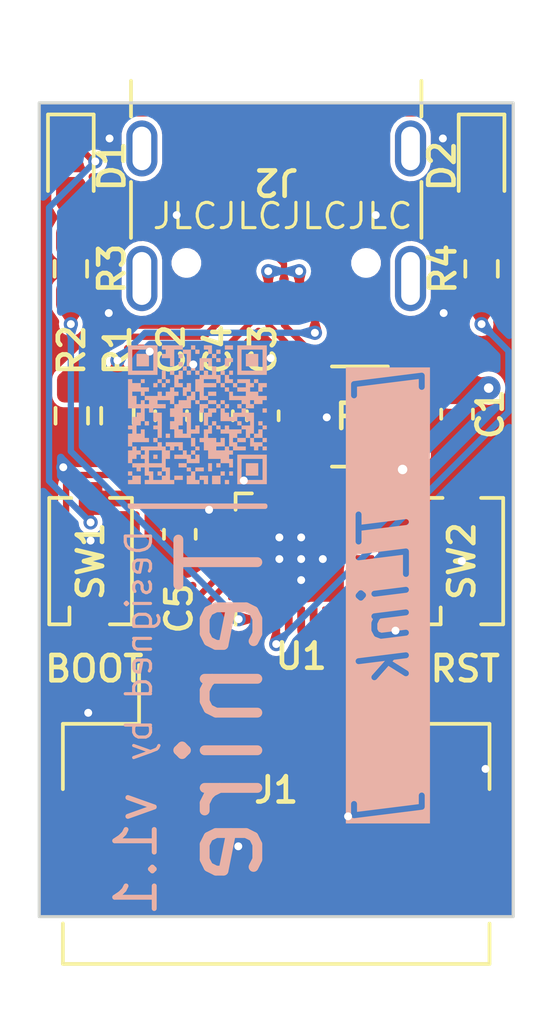
<source format=kicad_pcb>
(kicad_pcb (version 20221018) (generator pcbnew)
  (layers (0 "F.Cu" signal) (31 "B.Cu" signal) (34 "B.Paste" user) (35 "F.Paste" user) (36 "B.SilkS" user "B.Silkscreen") (37 "F.SilkS" user "F.Silkscreen") (38 "B.Mask" user) (39 "F.Mask" user) (44 "Edge.Cuts" user))
  (net 0 "")
  (net 1 "+5V")
  (net 2 "GND")
  (net 3 "Net-(P1-NC)")
  (net 4 "+3V3")
  (net 5 "Net-(D1-A)")
  (net 6 "Net-(D2-A)")
  (net 7 "/SWCLK")
  (net 8 "/SWDIO")
  (net 9 "/RST")
  (net 10 "/TX")
  (net 11 "/RX")
  (net 12 "Net-(J2-CC1)")
  (net 13 "/DP")
  (net 14 "/DN")
  (net 16 "Net-(J2-CC2)")
  (net 18 "/LED_RUN")
  (net 19 "/LED_CON")
  (footprint "Capacitor_SMD:C_0603_1608Metric_Pad1.08x0.95mm_HandSolder" (layer "F.Cu") (at 152.146 81.2038 90)
    (fp_text reference "C3" (at 2.1336 0 90) (layer "F.SilkS") (effects (font (size 0.8128 0.8128))))
    (fp_text value "100nF")
    (pad "1" smd roundrect (at -0.8625 0 90) (size 1.075 0.95) (layers "F.Cu" "F.Paste" "F.Mask") (net 4 "+3V3"))
    (pad "2" smd roundrect (at 0.8625 0 90) (size 1.075 0.95) (layers "F.Cu" "F.Paste" "F.Mask") (net 2 "GND"))
  )
  (footprint "Resistor_SMD:R_0603_1608Metric_Pad0.98x0.95mm_HandSolder" (layer "F.Cu") (at 159.1818 76.4794 90)
    (fp_text reference "R4" (at 0 -1.2446 90) (layer "F.SilkS") (effects (font (size 0.8128 0.8128))))
    (fp_text value "5.1k")
    (pad "1" smd roundrect (at -0.9125 0 90) (size 0.975 0.95) (layers "F.Cu" "F.Paste" "F.Mask") (net 19 "/LED_CON"))
    (pad "2" smd roundrect (at 0.9125 0 90) (size 0.975 0.95) (layers "F.Cu" "F.Paste" "F.Mask") (net 6 "Net-(D2-A)"))
  )
  (footprint "Resistor_SMD:R_0603_1608Metric_Pad0.98x0.95mm_HandSolder" (layer "F.Cu") (at 147.4724 81.2038 -90)
    (fp_text reference "R1" (at -2.1082 -0.0046 90) (layer "F.SilkS") (effects (font (size 0.8128 0.8128))))
    (fp_text value "5.1k")
    (pad "1" smd roundrect (at -0.9125 0 270) (size 0.975 0.95) (layers "F.Cu" "F.Paste" "F.Mask") (net 12 "Net-(J2-CC1)"))
    (pad "2" smd roundrect (at 0.9125 0 270) (size 0.975 0.95) (layers "F.Cu" "F.Paste" "F.Mask") (net 2 "GND"))
  )
  (footprint "Resistor_SMD:R_0603_1608Metric_Pad0.98x0.95mm_HandSolder" (layer "F.Cu") (at 146.0038 81.2038 -90)
    (fp_text reference "R2" (at -2.1082 0.0046 90) (layer "F.SilkS") (effects (font (size 0.8128 0.8128))))
    (fp_text value "5.1k")
    (pad "1" smd roundrect (at -0.9125 0 270) (size 0.975 0.95) (layers "F.Cu" "F.Paste" "F.Mask") (net 16 "Net-(J2-CC2)"))
    (pad "2" smd roundrect (at 0.9125 0 270) (size 0.975 0.95) (layers "F.Cu" "F.Paste" "F.Mask") (net 2 "GND"))
  )
  (footprint "Capacitor_SMD:C_0603_1608Metric_Pad1.08x0.95mm_HandSolder" (layer "F.Cu") (at 149.1996 81.2038 -90)
    (fp_text reference "C2" (at -2.1336 0 90) (layer "F.SilkS") (effects (font (size 0.8128 0.8128))))
    (fp_text value "10nF")
    (pad "1" smd roundrect (at -0.8625 0 270) (size 1.075 0.95) (layers "F.Cu" "F.Paste" "F.Mask") (net 2 "GND"))
    (pad "2" smd roundrect (at 0.8625 0 270) (size 1.075 0.95) (layers "F.Cu" "F.Paste" "F.Mask") (net 3 "Net-(P1-NC)"))
  )
  (footprint "Resistor_SMD:R_0603_1608Metric_Pad0.98x0.95mm_HandSolder" (layer "F.Cu") (at 145.9738 76.4794 90)
    (fp_text reference "R3" (at 0 1.3208 90) (layer "F.SilkS") (effects (font (size 0.8128 0.8128))))
    (fp_text value "5.1k")
    (pad "1" smd roundrect (at -0.9125 0 90) (size 0.975 0.95) (layers "F.Cu" "F.Paste" "F.Mask") (net 18 "/LED_RUN"))
    (pad "2" smd roundrect (at 0.9125 0 90) (size 0.975 0.95) (layers "F.Cu" "F.Paste" "F.Mask") (net 5 "Net-(D1-A)"))
  )
  (footprint "Tenire:Button_Turtle_3x4x2_180" (layer "F.Cu") (at 146.6088 85.8774 90)
    (fp_text reference "SW1" (at 0 0 90) (layer "F.SilkS") (effects (font (size 0.8128 0.8128))))
    (fp_text value "SW_SPST")
    (pad "1" smd rect (at -2.013 0 90) (size 1.054 0.76) (layers "F.Cu" "F.Paste" "F.Mask") (net 13 "/DP"))
    (pad "2" smd rect (at 2.013 0 90) (size 1.054 0.76) (layers "F.Cu" "F.Paste" "F.Mask") (net 4 "+3V3"))
  )
  (footprint "Capacitor_SMD:C_0603_1608Metric_Pad1.08x0.95mm_HandSolder" (layer "F.Cu") (at 149.479 85.0138 90)
    (fp_text reference "C5" (at -2.3876 -0.0254 90) (layer "F.SilkS") (effects (font (size 0.8128 0.8128))))
    (fp_text value "100nF")
    (pad "1" smd roundrect (at -0.8625 0 90) (size 1.075 0.95) (layers "F.Cu" "F.Paste" "F.Mask") (net 4 "+3V3"))
    (pad "2" smd roundrect (at 0.8625 0 90) (size 1.075 0.95) (layers "F.Cu" "F.Paste" "F.Mask") (net 2 "GND"))
  )
  (footprint "Capacitor_SMD:C_0603_1608Metric_Pad1.08x0.95mm_HandSolder" (layer "F.Cu") (at 150.6728 81.2038 90)
    (fp_text reference "C4" (at 2.1336 0.0254 90) (layer "F.SilkS") (effects (font (size 0.8128 0.8128))))
    (fp_text value "10μF")
    (pad "1" smd roundrect (at -0.8625 0 90) (size 1.075 0.95) (layers "F.Cu" "F.Paste" "F.Mask") (net 4 "+3V3"))
    (pad "2" smd roundrect (at 0.8625 0 90) (size 1.075 0.95) (layers "F.Cu" "F.Paste" "F.Mask") (net 2 "GND"))
  )
  (footprint "LED_SMD:LED_0603_1608Metric_Pad1.05x0.95mm_HandSolder" (layer "F.Cu") (at 145.9738 73.1774 -90)
    (fp_text reference "D1" (at 0 -1.3208 90) (layer "F.SilkS") (effects (font (size 0.8128 0.8128))))
    (fp_text value "LED_Small")
    (pad "1" smd roundrect (at -0.875 0 270) (size 1.05 0.95) (layers "F.Cu" "F.Paste" "F.Mask") (net 4 "+3V3"))
    (pad "2" smd roundrect (at 0.875 0 270) (size 1.05 0.95) (layers "F.Cu" "F.Paste" "F.Mask") (net 5 "Net-(D1-A)"))
  )
  (footprint "Capacitor_SMD:C_0603_1608Metric_Pad1.08x0.95mm_HandSolder" (layer "F.Cu") (at 158.3944 81.153 -90)
    (fp_text reference "C1" (at 0 -1.0668 90) (layer "F.SilkS") (effects (font (size 0.8128 0.8128))))
    (fp_text value "100nF")
    (pad "1" smd roundrect (at -0.8625 0 270) (size 1.075 0.95) (layers "F.Cu" "F.Paste" "F.Mask") (net 1 "+5V"))
    (pad "2" smd roundrect (at 0.8625 0 270) (size 1.075 0.95) (layers "F.Cu" "F.Paste" "F.Mask") (net 2 "GND"))
  )
  (footprint "Connector_JST:JST_ZE_SM06B-ZESS-TB_1x06-1MP_P1.50mm_Horizontal" (layer "F.Cu") (at 152.5778 93.2434)
    (fp_text reference "J1" (at 0 -0.0066) (layer "F.SilkS") (effects (font (size 0.8128 0.8128))))
    (fp_text value "ZH_01x06")
    (pad "1" smd roundrect (at -3.75 -2.575) (size 0.8 2.9) (layers "F.Cu" "F.Paste" "F.Mask") (net 2 "GND"))
    (pad "2" smd roundrect (at -2.25 -2.575) (size 0.8 2.9) (layers "F.Cu" "F.Paste" "F.Mask") (net 7 "/SWCLK"))
    (pad "3" smd roundrect (at -0.75 -2.575) (size 0.8 2.9) (layers "F.Cu" "F.Paste" "F.Mask") (net 8 "/SWDIO"))
    (pad "4" smd roundrect (at 0.75 -2.575) (size 0.8 2.9) (layers "F.Cu" "F.Paste" "F.Mask") (net 9 "/RST"))
    (pad "5" smd roundrect (at 2.25 -2.575) (size 0.8 2.9) (layers "F.Cu" "F.Paste" "F.Mask") (net 10 "/TX"))
    (pad "6" smd roundrect (at 3.75 -2.575) (size 0.8 2.9) (layers "F.Cu" "F.Paste" "F.Mask") (net 11 "/RX"))
    (pad "MP" smd roundrect (at -6.35 2.125) (size 1.8 3.8) (layers "F.Cu" "F.Paste" "F.Mask") (roundrect_rratio 0.1388888889))
    (pad "MP" smd roundrect (at 6.35 2.125) (size 1.8 3.8) (layers "F.Cu" "F.Paste" "F.Mask") (roundrect_rratio 0.1388888889))
  )
  (footprint "Tenire:Button_Turtle_3x4x2_180" (layer "F.Cu") (at 158.5468 85.8774 90)
    (fp_text reference "SW2" (at 0 0 90) (layer "F.SilkS") (effects (font (size 0.8128 0.8128))))
    (fp_text value "SW_SPST")
    (pad "1" smd rect (at -2.013 0 90) (size 1.054 0.76) (layers "F.Cu" "F.Paste" "F.Mask") (net 9 "/RST"))
    (pad "2" smd rect (at 2.013 0 90) (size 1.054 0.76) (layers "F.Cu" "F.Paste" "F.Mask") (net 2 "GND"))
  )
  (footprint "Connector_USB:USB_C_Receptacle_GCT_USB4105-xx-A_16P_TopMnt_Horizontal" (layer "F.Cu") (at 152.5778 73.6854 180)
    (fp_text reference "J2" (at 0 0 180 unlocked) (layer "F.SilkS") (effects (font (size 0.8128 0.8128))))
    (fp_text value "TYPEC-304S-ACP16")
    (pad "" np_thru_hole circle (at -2.89 -2.605 180) (size 0.65 0.65) (drill 0.65) (layers "*.Cu" "*.Mask"))
    (pad "" np_thru_hole circle (at 2.89 -2.605 180) (size 0.65 0.65) (drill 0.65) (layers "*.Cu" "*.Mask"))
    (pad "A1" smd rect (at -3.2 -3.68 180) (size 0.6 1.15) (layers "F.Cu" "F.Paste" "F.Mask") (net 2 "GND"))
    (pad "A4" smd rect (at -2.4 -3.68 180) (size 0.6 1.15) (layers "F.Cu" "F.Paste" "F.Mask") (net 1 "+5V"))
    (pad "A5" smd rect (at -1.25 -3.68 180) (size 0.3 1.15) (layers "F.Cu" "F.Paste" "F.Mask") (net 12 "Net-(J2-CC1)"))
    (pad "A6" smd rect (at -0.25 -3.68 180) (size 0.3 1.15) (layers "F.Cu" "F.Paste" "F.Mask") (net 13 "/DP"))
    (pad "A7" smd rect (at 0.25 -3.68 180) (size 0.3 1.15) (layers "F.Cu" "F.Paste" "F.Mask") (net 14 "/DN"))
    (pad "A8" smd rect (at 1.25 -3.68 180) (size 0.3 1.15) (layers "F.Cu" "F.Paste" "F.Mask"))
    (pad "A9" smd rect (at 2.4 -3.68 180) (size 0.6 1.15) (layers "F.Cu" "F.Paste" "F.Mask") (net 1 "+5V"))
    (pad "A12" smd rect (at 3.2 -3.68 180) (size 0.6 1.15) (layers "F.Cu" "F.Paste" "F.Mask") (net 2 "GND"))
    (pad "B1" smd rect (at 3.2 -3.68 180) (size 0.6 1.15) (layers "F.Cu" "F.Paste" "F.Mask") (net 2 "GND"))
    (pad "B4" smd rect (at 2.4 -3.68 180) (size 0.6 1.15) (layers "F.Cu" "F.Paste" "F.Mask") (net 1 "+5V"))
    (pad "B5" smd rect (at 1.75 -3.68 180) (size 0.3 1.15) (layers "F.Cu" "F.Paste" "F.Mask") (net 16 "Net-(J2-CC2)"))
    (pad "B6" smd rect (at 0.75 -3.68 180) (size 0.3 1.15) (layers "F.Cu" "F.Paste" "F.Mask") (net 13 "/DP"))
    (pad "B7" smd rect (at -0.75 -3.68 180) (size 0.3 1.15) (layers "F.Cu" "F.Paste" "F.Mask") (net 14 "/DN"))
    (pad "B8" smd rect (at -1.75 -3.68 180) (size 0.3 1.15) (layers "F.Cu" "F.Paste" "F.Mask"))
    (pad "B9" smd rect (at -2.4 -3.68 180) (size 0.6 1.15) (layers "F.Cu" "F.Paste" "F.Mask") (net 1 "+5V"))
    (pad "B12" smd rect (at -3.2 -3.68 180) (size 0.6 1.15) (layers "F.Cu" "F.Paste" "F.Mask") (net 2 "GND"))
    (pad "S1" thru_hole oval (at -4.32 -3.105 180) (size 1 2.1) (drill oval 0.6 1.7) (layers "*.Cu" "*.Mask"))
    (pad "S1" thru_hole oval (at -4.32 1.075 180) (size 1 1.8) (drill oval 0.6 1.4) (layers "*.Cu" "*.Mask"))
    (pad "S1" thru_hole oval (at 4.32 -3.105 180) (size 1 2.1) (drill oval 0.6 1.7) (layers "*.Cu" "*.Mask"))
    (pad "S1" thru_hole oval (at 4.32 1.075 180) (size 1 1.8) (drill oval 0.6 1.4) (layers "*.Cu" "*.Mask"))
  )
  (footprint "Package_TO_SOT_SMD:SOT-23-5_HandSoldering" (layer "F.Cu") (at 155.2702 81.2292 180)
    (fp_text reference "P1" (at 0 0) (layer "F.SilkS") (effects (font (size 0.8128 0.8128))))
    (fp_text value "RT9013-33GB")
    (pad "1" smd rect (at -1.35 -0.95 180) (size 1.56 0.65) (layers "F.Cu" "F.Paste" "F.Mask") (net 1 "+5V"))
    (pad "2" smd rect (at -1.35 0 180) (size 1.56 0.65) (layers "F.Cu" "F.Paste" "F.Mask") (net 2 "GND"))
    (pad "3" smd rect (at -1.35 0.95 180) (size 1.56 0.65) (layers "F.Cu" "F.Paste" "F.Mask") (net 1 "+5V"))
    (pad "4" smd rect (at 1.35 0.95 180) (size 1.56 0.65) (layers "F.Cu" "F.Paste" "F.Mask") (net 3 "Net-(P1-NC)"))
    (pad "5" smd rect (at 1.35 -0.95 180) (size 1.56 0.65) (layers "F.Cu" "F.Paste" "F.Mask") (net 4 "+3V3"))
  )
  (footprint "Package_DFN_QFN:QFN-28-1EP_4x4mm_P0.4mm_EP2.4x2.4mm" (layer "F.Cu") (at 153.381 85.8108 90)
    (fp_text reference "U1" (at -3.1242 0 180) (layer "F.SilkS") (effects (font (size 0.8128 0.8128))))
    (fp_text value "CH549F")
    (pad "1" smd roundrect (at -1.9375 -1.2 90) (size 0.825 0.25) (layers "F.Cu" "F.Paste" "F.Mask") (net 18 "/LED_RUN"))
    (pad "2" smd roundrect (at -1.9375 -0.8 90) (size 0.825 0.25) (layers "F.Cu" "F.Paste" "F.Mask") (net 19 "/LED_CON"))
    (pad "3" smd roundrect (at -1.9375 -0.4 90) (size 0.825 0.25) (layers "F.Cu" "F.Paste" "F.Mask"))
    (pad "4" smd roundrect (at -1.9375 0 90) (size 0.825 0.25) (layers "F.Cu" "F.Paste" "F.Mask") (net 11 "/RX"))
    (pad "5" smd roundrect (at -1.9375 0.4 90) (size 0.825 0.25) (layers "F.Cu" "F.Paste" "F.Mask") (net 10 "/TX"))
    (pad "6" smd roundrect (at -1.9375 0.8 90) (size 0.825 0.25) (layers "F.Cu" "F.Paste" "F.Mask"))
    (pad "7" smd roundrect (at -1.9375 1.2 90) (size 0.825 0.25) (layers "F.Cu" "F.Paste" "F.Mask"))
    (pad "8" smd roundrect (at -1.2 1.9375 90) (size 0.25 0.825) (layers "F.Cu" "F.Paste" "F.Mask"))
    (pad "9" smd roundrect (at -0.8 1.9375 90) (size 0.25 0.825) (layers "F.Cu" "F.Paste" "F.Mask"))
    (pad "10" smd roundrect (at -0.4 1.9375 90) (size 0.25 0.825) (layers "F.Cu" "F.Paste" "F.Mask"))
    (pad "11" smd roundrect (at 0 1.9375 90) (size 0.25 0.825) (layers "F.Cu" "F.Paste" "F.Mask"))
    (pad "12" smd roundrect (at 0.4 1.9375 90) (size 0.25 0.825) (layers "F.Cu" "F.Paste" "F.Mask"))
    (pad "13" smd roundrect (at 0.8 1.9375 90) (size 0.25 0.825) (layers "F.Cu" "F.Paste" "F.Mask"))
    (pad "14" smd roundrect (at 1.2 1.9375 90) (size 0.25 0.825) (layers "F.Cu" "F.Paste" "F.Mask"))
    (pad "15" smd roundrect (at 1.9375 1.2 90) (size 0.825 0.25) (layers "F.Cu" "F.Paste" "F.Mask"))
    (pad "16" smd roundrect (at 1.9375 0.8 90) (size 0.825 0.25) (layers "F.Cu" "F.Paste" "F.Mask"))
    (pad "17" smd roundrect (at 1.9375 0.4 90) (size 0.825 0.25) (layers "F.Cu" "F.Paste" "F.Mask") (net 13 "/DP"))
    (pad "18" smd roundrect (at 1.9375 0 90) (size 0.825 0.25) (layers "F.Cu" "F.Paste" "F.Mask") (net 14 "/DN"))
    (pad "19" smd roundrect (at 1.9375 -0.4 90) (size 0.825 0.25) (layers "F.Cu" "F.Paste" "F.Mask"))
    (pad "20" smd roundrect (at 1.9375 -0.8 90) (size 0.825 0.25) (layers "F.Cu" "F.Paste" "F.Mask"))
    (pad "21" smd roundrect (at 1.9375 -1.2 90) (size 0.825 0.25) (layers "F.Cu" "F.Paste" "F.Mask"))
    (pad "22" smd roundrect (at 1.2 -1.9375 90) (size 0.25 0.825) (layers "F.Cu" "F.Paste" "F.Mask"))
    (pad "23" smd roundrect (at 0.8 -1.9375 90) (size 0.25 0.825) (layers "F.Cu" "F.Paste" "F.Mask") (net 4 "+3V3"))
    (pad "24" smd roundrect (at 0.4 -1.9375 90) (size 0.25 0.825) (layers "F.Cu" "F.Paste" "F.Mask") (net 4 "+3V3"))
    (pad "25" smd roundrect (at 0 -1.9375 90) (size 0.25 0.825) (layers "F.Cu" "F.Paste" "F.Mask"))
    (pad "26" smd roundrect (at -0.4 -1.9375 90) (size 0.25 0.825) (layers "F.Cu" "F.Paste" "F.Mask") (net 8 "/SWDIO"))
    (pad "27" smd roundrect (at -0.8 -1.9375 90) (size 0.25 0.825) (layers "F.Cu" "F.Paste" "F.Mask") (net 7 "/SWCLK"))
    (pad "28" smd roundrect (at -1.2 -1.9375 90) (size 0.25 0.825) (layers "F.Cu" "F.Paste" "F.Mask"))
    (pad "29" smd rect (at 0 0 90) (size 2.4 2.4) (layers "F.Cu" "F.Mask") (net 2 "GND"))
  )
  (footprint "LED_SMD:LED_0603_1608Metric_Pad1.05x0.95mm_HandSolder" (layer "F.Cu") (at 159.1818 73.1774 -90)
    (fp_text reference "D2" (at 0 1.27 -90) (layer "F.SilkS") (effects (font (size 0.8128 0.8128))))
    (fp_text value "LED_Small")
    (pad "1" smd roundrect (at -0.875 0 270) (size 1.05 0.95) (layers "F.Cu" "F.Paste" "F.Mask") (net 4 "+3V3"))
    (pad "2" smd roundrect (at 0.875 0 270) (size 1.05 0.95) (layers "F.Cu" "F.Paste" "F.Mask") (net 6 "Net-(D2-A)"))
  )
  (footprint "LOGO" (layer "B.Cu") (at 150.0378 81.1784 180)
    (fp_text reference "G***" hide)
    (fp_text value "LOGO" hide)
  )
  (gr_rect (start 147.8788 84.0994) (end 152.2222 84.1248) (stroke (width 0.15)) (fill none) (layer "B.SilkS"))
  (gr_rect (start 144.9578 71.1454) (end 160.1978 97.3074) (stroke (width 0.1)) (fill none) (layer "Edge.Cuts"))
  (gr_text "[   TLink   ]" (at 156.9466 79.4258 90) (layer "B.SilkS" knockout) (effects (font (size 1.524 1.524) (thickness 0.1905) italic) (justify left bottom mirror)))
  (gr_text "Designed by" (at 148.6408 84.8106 90) (layer "B.SilkS") (effects (font (size 0.8128 0.8128) (thickness 0.1016)) (justify left bottom mirror)))
  (gr_text "v1.1" (at 148.8186 93.1926 90) (layer "B.SilkS") (effects (font (size 1.27 1.27) (thickness 0.15875)) (justify left bottom mirror)))
  (gr_text "Tenire" (at 152.2984 84.7344 90) (layer "B.SilkS") (effects (font (size 2.54 2.54) (thickness 0.3175)) (justify left bottom mirror)))
  (gr_text "JLCJLCJLCJLC" (at 148.5392 75.2602) (layer "F.SilkS") (effects (font (size 0.8128 0.8128) (thickness 0.1016)) (justify left bottom)))
  (gr_text "BOOT" (at 145.0594 89.8144) (layer "F.SilkS") (effects (font (size 0.8128 0.8128)) (justify left bottom)))
  (gr_text "RST" (at 157.4546 89.8144) (layer "F.SilkS") (effects (font (size 0.8128 0.8128)) (justify left bottom)))
  (segment (start 151.340299 75.6666) (end 153.815301 75.6666) (width 0.3048) (layer "F.Cu") (net 1))
  (segment (start 159.3861 80.2905) (end 159.4104 80.3148) (width 0.508) (layer "F.Cu") (net 1))
  (segment (start 154.9778 76.829099) (end 154.9778 77.3654) (width 0.3048) (layer "F.Cu") (net 1))
  (segment (start 158.3944 80.2905) (end 159.3861 80.2905) (width 0.508) (layer "F.Cu") (net 1))
  (segment (start 155.617 78.8924) (end 157.4038 78.8924) (width 0.508) (layer "F.Cu") (net 1))
  (segment (start 153.815301 75.6666) (end 154.9778 76.829099) (width 0.3048) (layer "F.Cu") (net 1))
  (segment (start 156.6418 82.2008) (end 156.6202 82.1792) (width 0.508) (layer "F.Cu") (net 1))
  (segment (start 158.3944 79.883) (end 158.3944 80.2905) (width 0.508) (layer "F.Cu") (net 1))
  (segment (start 154.9778 77.3654) (end 154.9778 78.2532) (width 0.508) (layer "F.Cu") (net 1))
  (segment (start 156.6315 80.2905) (end 156.6202 80.2792) (width 0.508) (layer "F.Cu") (net 1))
  (segment (start 158.3944 80.2905) (end 156.6315 80.2905) (width 0.508) (layer "F.Cu") (net 1))
  (segment (start 150.1778 77.3654) (end 150.1778 76.829099) (width 0.3048) (layer "F.Cu") (net 1))
  (segment (start 156.6418 82.931) (end 156.6418 82.2008) (width 0.508) (layer "F.Cu") (net 1))
  (segment (start 154.9778 78.2532) (end 155.617 78.8924) (width 0.508) (layer "F.Cu") (net 1))
  (segment (start 157.4038 78.8924) (end 158.3944 79.883) (width 0.508) (layer "F.Cu") (net 1))
  (segment (start 150.1778 76.829099) (end 151.340299 75.6666) (width 0.3048) (layer "F.Cu") (net 1))
  (via (at 159.4104 80.3148) (size 0.762) (drill 0.3048) (layers "F.Cu" "B.Cu") (net 1))
  (via (at 156.6418 82.931) (size 0.762) (drill 0.3048) (layers "F.Cu" "B.Cu") (net 1))
  (segment (start 159.258 80.3148) (end 156.6418 82.931) (width 0.508) (layer "B.Cu") (net 1))
  (segment (start 159.4104 80.3148) (end 159.258 80.3148) (width 0.508) (layer "B.Cu") (net 1))
  (via (at 153.381 85.8108) (size 0.4572) (drill 0.254) (layers "F.Cu" "B.Cu") (net 2))
  (via (at 146.6088 85.217) (size 0.4572) (drill 0.254) (layers "F.Cu" "B.Cu") (net 2))
  (via (at 151.3586 95.0468) (size 0.4572) (drill 0.254) (layers "F.Cu" "B.Cu") (net 2))
  (via (at 153.381 85.1154) (size 0.4572) (drill 0.254) (layers "F.Cu" "B.Cu") (net 2))
  (via (at 155.7782 74.7522) (size 0.4572) (drill 0.254) (layers "F.Cu" "B.Cu") (net 2))
  (via (at 154.8892 94.0816) (size 0.4572) (drill 0.254) (layers "F.Cu" "B.Cu") (net 2))
  (via (at 152.6794 85.1154) (size 0.4572) (drill 0.254) (layers "F.Cu" "B.Cu") (net 2))
  (via (at 159.3088 92.5576) (size 0.4572) (drill 0.254) (layers "F.Cu" "B.Cu") (net 2))
  (via (at 156.4132 88.1126) (size 0.4572) (drill 0.254) (layers "F.Cu" "B.Cu") (net 2))
  (via (at 154.2034 81.2546) (size 0.4572) (drill 0.254) (layers "F.Cu" "B.Cu") (net 2))
  (via (at 145.729833 82.859294) (size 0.4572) (drill 0.254) (layers "F.Cu" "B.Cu") (net 2))
  (via (at 153.381 86.487) (size 0.4572) (drill 0.254) (layers "F.Cu" "B.Cu") (net 2))
  (via (at 148.508364 79.140964) (size 0.4572) (drill 0.254) (layers "F.Cu" "B.Cu") (net 2))
  (via (at 157.9372 72.2884) (size 0.4572) (drill 0.254) (layers "F.Cu" "B.Cu") (net 2))
  (via (at 150.4188 84.2264) (size 0.4572) (drill 0.254) (layers "F.Cu" "B.Cu") (net 2))
  (via (at 147.2184 72.2884) (size 0.4572) (drill 0.254) (layers "F.Cu" "B.Cu") (net 2))
  (via (at 147.193 77.9018) (size 0.4572) (drill 0.254) (layers "F.Cu" "B.Cu") (net 2))
  (via (at 149.9108 79.5528) (size 0.4572) (drill 0.254) (layers "F.Cu" "B.Cu") (net 2))
  (via (at 149.3774 74.7522) (size 0.4572) (drill 0.254) (layers "F.Cu" "B.Cu") (net 2))
  (via (at 157.9626 77.9018) (size 0.4572) (drill 0.254) (layers "F.Cu" "B.Cu") (net 2))
  (via (at 158.5468 85.8774) (size 0.4572) (drill 0.254) (layers "F.Cu" "B.Cu") (net 2))
  (via (at 146.5326 90.7542) (size 0.4572) (drill 0.254) (layers "F.Cu" "B.Cu") (net 2))
  (via (at 154.0764 85.8108) (size 0.4572) (drill 0.254) (layers "F.Cu" "B.Cu") (net 2))
  (via (at 151.5364 83.2866) (size 0.4572) (drill 0.254) (layers "F.Cu" "B.Cu") (net 2))
  (via (at 152.4 79.3496) (size 0.4572) (drill 0.254) (layers "F.Cu" "B.Cu") (net 2))
  (via (at 152.6794 85.8108) (size 0.4572) (drill 0.254) (layers "F.Cu" "B.Cu") (net 2))
  (segment (start 150.1331 81.1328) (end 149.1996 82.0663) (width 0.2032) (layer "F.Cu") (net 3))
  (segment (start 153.0666 81.1328) (end 150.1331 81.1328) (width 0.2032) (layer "F.Cu") (net 3))
  (segment (start 153.9202 80.2792) (end 153.0666 81.1328) (width 0.2032) (layer "F.Cu") (net 3))
  (segment (start 146.7944 71.4818) (end 158.3612 71.4818) (width 0.2032) (layer "F.Cu") (net 4))
  (segment (start 150.3445 85.0108) (end 149.479 85.8763) (width 0.2032) (layer "F.Cu") (net 4))
  (segment (start 152.2589 82.1792) (end 152.146 82.0663) (width 0.508) (layer "F.Cu") (net 4))
  (segment (start 149.1712 83.0102) (end 148.5976 83.5838) (width 0.508) (layer "F.Cu") (net 4))
  (segment (start 151.4435 85.4108) (end 150.983401 85.4108) (width 0.2032) (layer "F.Cu") (net 4))
  (segment (start 146.7612 73.025) (end 146.6964 73.025) (width 0.2032) (layer "F.Cu") (net 4))
  (segment (start 145.9738 72.3024) (end 146.7944 71.4818) (width 0.2032) (layer "F.Cu") (net 4))
  (segment (start 150.6728 82.0663) (end 149.7289 83.0102) (width 0.508) (layer "F.Cu") (net 4))
  (segment (start 148.5976 84.9949) (end 149.479 85.8763) (width 0.508) (layer "F.Cu") (net 4))
  (segment (start 146.6088 83.8644) (end 146.6088 84.633297) (width 0.2032) (layer "F.Cu") (net 4))
  (segment (start 148.317 83.8644) (end 146.6088 83.8644) (width 0.508) (layer "F.Cu") (net 4))
  (segment (start 153.9202 82.1792) (end 152.2589 82.1792) (width 0.508) (layer "F.Cu") (net 4))
  (segment (start 158.3612 71.4818) (end 159.1818 72.3024) (width 0.2032) (layer "F.Cu") (net 4))
  (segment (start 148.5976 83.5838) (end 148.5976 84.9949) (width 0.508) (layer "F.Cu") (net 4))
  (segment (start 150.517901 85.8763) (end 149.479 85.8763) (width 0.2032) (layer "F.Cu") (net 4))
  (segment (start 151.4435 85.0108) (end 150.3445 85.0108) (width 0.2032) (layer "F.Cu") (net 4))
  (segment (start 149.7289 83.0102) (end 149.1712 83.0102) (width 0.508) (layer "F.Cu") (net 4))
  (segment (start 146.6964 73.025) (end 145.9738 72.3024) (width 0.2032) (layer "F.Cu") (net 4))
  (segment (start 152.146 82.0663) (end 150.6728 82.0663) (width 0.508) (layer "F.Cu") (net 4))
  (segment (start 150.983401 85.4108) (end 150.517901 85.8763) (width 0.2032) (layer "F.Cu") (net 4))
  (segment (start 148.5976 83.5838) (end 148.317 83.8644) (width 0.508) (layer "F.Cu") (net 4))
  (via (at 146.6088 84.633297) (size 0.4572) (drill 0.254) (layers "F.Cu" "B.Cu") (net 4))
  (via (at 146.7612 73.025) (size 0.4572) (drill 0.254) (layers "F.Cu" "B.Cu") (net 4))
  (segment (start 145.272633 83.29713) (end 145.272633 74.513567) (width 0.2032) (layer "B.Cu") (net 4))
  (segment (start 145.272633 74.513567) (end 146.7612 73.025) (width 0.2032) (layer "B.Cu") (net 4))
  (segment (start 146.6088 84.633297) (end 145.272633 83.29713) (width 0.2032) (layer "B.Cu") (net 4))
  (segment (start 145.9738 74.0524) (end 145.9738 75.5669) (width 0.2032) (layer "F.Cu") (net 5))
  (segment (start 159.1818 74.0524) (end 159.1818 75.5669) (width 0.2032) (layer "F.Cu") (net 6))
  (segment (start 150.983401 86.6108) (end 150.3278 87.266401) (width 0.2032) (layer "F.Cu") (net 7))
  (segment (start 151.4435 86.6108) (end 150.983401 86.6108) (width 0.2032) (layer "F.Cu") (net 7))
  (segment (start 150.3278 87.266401) (end 150.3278 90.6684) (width 0.2032) (layer "F.Cu") (net 7))
  (segment (start 151.3078 92.5068) (end 151.8278 91.9868) (width 0.2032) (layer "F.Cu") (net 8))
  (segment (start 151.8278 91.9868) (end 151.8278 90.6684) (width 0.2032) (layer "F.Cu") (net 8))
  (segment (start 151.4435 86.2108) (end 150.880507 86.2108) (width 0.2032) (layer "F.Cu") (net 8))
  (segment (start 149.6738 92.106453) (end 150.074147 92.5068) (width 0.2032) (layer "F.Cu") (net 8))
  (segment (start 150.074147 92.5068) (end 151.3078 92.5068) (width 0.2032) (layer "F.Cu") (net 8))
  (segment (start 150.880507 86.2108) (end 149.6738 87.417507) (width 0.2032) (layer "F.Cu") (net 8))
  (segment (start 149.6738 87.417507) (end 149.6738 92.106453) (width 0.2032) (layer "F.Cu") (net 8))
  (segment (start 154.284706 92.7354) (end 156.3624 92.7354) (width 0.2032) (layer "F.Cu") (net 9))
  (segment (start 156.3624 92.7354) (end 158.5468 90.551) (width 0.2032) (layer "F.Cu") (net 9))
  (segment (start 153.3278 90.6684) (end 153.3278 91.778494) (width 0.2032) (layer "F.Cu") (net 9))
  (segment (start 158.5468 90.551) (end 158.5468 87.8904) (width 0.2032) (layer "F.Cu") (net 9))
  (segment (start 153.3278 91.778494) (end 154.284706 92.7354) (width 0.2032) (layer "F.Cu") (net 9))
  (segment (start 153.781 87.7483) (end 153.781 88.208399) (width 0.2032) (layer "F.Cu") (net 10))
  (segment (start 153.781 88.208399) (end 154.8278 89.255199) (width 0.2032) (layer "F.Cu") (net 10))
  (segment (start 154.8278 89.255199) (end 154.8278 90.6684) (width 0.2032) (layer "F.Cu") (net 10))
  (segment (start 155.9814 92.3798) (end 156.3278 92.0334) (width 0.2032) (layer "F.Cu") (net 11))
  (segment (start 153.381 88.629547) (end 154.1738 89.422347) (width 0.2032) (layer "F.Cu") (net 11))
  (segment (start 156.3278 92.0334) (end 156.3278 90.6684) (width 0.2032) (layer "F.Cu") (net 11))
  (segment (start 154.432 92.3798) (end 155.9814 92.3798) (width 0.2032) (layer "F.Cu") (net 11))
  (segment (start 154.1738 89.422347) (end 154.1738 92.1216) (width 0.2032) (layer "F.Cu") (net 11))
  (segment (start 154.1738 92.1216) (end 154.432 92.3798) (width 0.2032) (layer "F.Cu") (net 11))
  (segment (start 153.381 87.7483) (end 153.381 88.629547) (width 0.2032) (layer "F.Cu") (net 11))
  (segment (start 153.8278 78.5314) (end 153.8278 77.3654) (width 0.2032) (layer "F.Cu") (net 12))
  (segment (start 147.4724 79.4258) (end 147.4724 80.2913) (width 0.2032) (layer "F.Cu") (net 12))
  (segment (start 153.8224 78.5368) (end 153.8278 78.5314) (width 0.2032) (layer "F.Cu") (net 12))
  (via (at 153.8224 78.5368) (size 0.4572) (drill 0.254) (layers "F.Cu" "B.Cu") (net 12))
  (via (at 147.4724 79.4258) (size 0.4572) (drill 0.254) (layers "F.Cu" "B.Cu") (net 12))
  (segment (start 153.8224 78.5368) (end 148.3614 78.5368) (width 0.2032) (layer "B.Cu") (net 12))
  (segment (start 148.3614 78.5368) (end 147.4724 79.4258) (width 0.2032) (layer "B.Cu") (net 12))
  (segment (start 153.987401 83.2068) (end 155.008494 83.2068) (width 0.2032) (layer "F.Cu") (net 13))
  (segment (start 150.9774 78.994) (end 149.350235 78.994) (width 0.2032) (layer "F.Cu") (net 13))
  (segment (start 148.336 80.008235) (end 148.336 82.399365) (width 0.2032) (layer "F.Cu") (net 13))
  (segment (start 155.008494 83.2068) (end 155.5242 82.691094) (width 0.2032) (layer "F.Cu") (net 13))
  (segment (start 149.350235 78.994) (end 148.336 80.008235) (width 0.2032) (layer "F.Cu") (net 13))
  (segment (start 153.781 83.8733) (end 153.781 83.413201) (width 0.2032) (layer "F.Cu") (net 13))
  (segment (start 145.8214 87.103) (end 146.6088 87.8904) (width 0.2032) (layer "F.Cu") (net 13))
  (segment (start 155.5242 82.691094) (end 155.5242 79.767306) (width 0.2032) (layer "F.Cu") (net 13))
  (segment (start 154.776294 79.0194) (end 153.563294 79.0194) (width 0.2032) (layer "F.Cu") (net 13))
  (segment (start 152.8278 78.283906) (end 152.8278 77.3654) (width 0.2032) (layer "F.Cu") (net 13))
  (segment (start 153.563294 79.0194) (end 152.8278 78.283906) (width 0.2032) (layer "F.Cu") (net 13))
  (segment (start 155.5242 79.767306) (end 154.776294 79.0194) (width 0.2032) (layer "F.Cu") (net 13))
  (segment (start 146.1262 83.1088) (end 145.8214 83.4136) (width 0.2032) (layer "F.Cu") (net 13))
  (segment (start 145.8214 83.4136) (end 145.8214 87.103) (width 0.2032) (layer "F.Cu") (net 13))
  (segment (start 151.8278 78.1436) (end 150.9774 78.994) (width 0.2032) (layer "F.Cu") (net 13))
  (segment (start 152.8278 76.323) (end 152.5778 76.073) (width 0.2032) (layer "F.Cu") (net 13))
  (segment (start 151.8278 76.3404) (end 151.8278 77.3654) (width 0.2032) (layer "F.Cu") (net 13))
  (segment (start 152.5778 76.073) (end 152.0952 76.073) (width 0.2032) (layer "F.Cu") (net 13))
  (segment (start 148.336 82.399365) (end 147.626565 83.1088) (width 0.2032) (layer "F.Cu") (net 13))
  (segment (start 151.8278 77.3654) (end 151.8278 78.1436) (width 0.2032) (layer "F.Cu") (net 13))
  (segment (start 147.626565 83.1088) (end 146.1262 83.1088) (width 0.2032) (layer "F.Cu") (net 13))
  (segment (start 152.0952 76.073) (end 151.8278 76.3404) (width 0.2032) (layer "F.Cu") (net 13))
  (segment (start 152.8278 77.3654) (end 152.8278 76.323) (width 0.2032) (layer "F.Cu") (net 13))
  (segment (start 153.781 83.413201) (end 153.987401 83.2068) (width 0.2032) (layer "F.Cu") (net 13))
  (segment (start 155.1686 79.9146) (end 154.629 79.375) (width 0.2032) (layer "F.Cu") (net 14))
  (segment (start 152.321797 76.5551) (end 152.321797 77.359397) (width 0.2032) (layer "F.Cu") (net 14))
  (segment (start 153.381 83.8733) (end 153.381 83.310307) (width 0.2032) (layer "F.Cu") (net 14))
  (segment (start 154.629 79.375) (end 153.416 79.375) (width 0.2032) (layer "F.Cu") (net 14))
  (segment (start 154.8612 82.8512) (end 155.1686 82.5438) (width 0.2032) (layer "F.Cu") (net 14))
  (segment (start 153.381 83.310307) (end 153.840107 82.8512) (width 0.2032) (layer "F.Cu") (net 14))
  (segment (start 153.3278 77.3654) (end 153.3278 76.569) (width 0.2032) (layer "F.Cu") (net 14))
  (segment (start 153.3278 76.569) (end 153.3144 76.5556) (width 0.2032) (layer "F.Cu") (net 14))
  (segment (start 153.840107 82.8512) (end 154.8612 82.8512) (width 0.2032) (layer "F.Cu") (net 14))
  (segment (start 152.3278 78.2868) (end 152.3278 77.3654) (width 0.2032) (layer "F.Cu") (net 14))
  (segment (start 153.416 79.375) (end 152.3278 78.2868) (width 0.2032) (layer "F.Cu") (net 14))
  (segment (start 152.321797 77.359397) (end 152.3278 77.3654) (width 0.2032) (layer "F.Cu") (net 14))
  (segment (start 155.1686 82.5438) (end 155.1686 79.9146) (width 0.2032) (layer "F.Cu") (net 14))
  (via (at 153.3144 76.5556) (size 0.4572) (drill 0.254) (layers "F.Cu" "B.Cu") (net 14))
  (via (at 152.321797 76.5551) (size 0.4572) (drill 0.254) (layers "F.Cu" "B.Cu") (net 14))
  (segment (start 152.322297 76.5556) (end 152.321797 76.5551) (width 0.2032) (layer "B.Cu") (net 14))
  (segment (start 153.3144 76.5556) (end 152.322297 76.5556) (width 0.2032) (layer "B.Cu") (net 14))
  (segment (start 150.8278 77.3654) (end 150.8278 78.0984) (width 0.2032) (layer "F.Cu") (net 16))
  (segment (start 150.2624 78.6638) (end 146.9898 78.6638) (width 0.2032) (layer "F.Cu") (net 16))
  (segment (start 150.8278 78.0984) (end 150.2624 78.6638) (width 0.2032) (layer "F.Cu") (net 16))
  (segment (start 146.9898 78.6638) (end 146.0038 79.6498) (width 0.2032) (layer "F.Cu") (net 16))
  (segment (start 146.0038 79.6498) (end 146.0038 80.2913) (width 0.2032) (layer "F.Cu") (net 16))
  (segment (start 152.177 87.7443) (end 152.181 87.7483) (width 0.2032) (layer "F.Cu") (net 18))
  (segment (start 151.3713 87.7443) (end 152.177 87.7443) (width 0.2032) (layer "F.Cu") (net 18))
  (segment (start 145.9738 78.2574) (end 145.9738 77.3919) (width 0.2032) (layer "F.Cu") (net 18))
  (via (at 145.9738 78.2574) (size 0.4572) (drill 0.254) (layers "F.Cu" "B.Cu") (net 18))
  (via (at 151.3713 87.7443) (size 0.4572) (drill 0.254) (layers "F.Cu" "B.Cu") (net 18))
  (segment (start 151.3713 87.7443) (end 145.9738 82.3468) (width 0.2032) (layer "B.Cu") (net 18))
  (segment (start 145.9738 82.3468) (end 145.9738 78.2574) (width 0.2032) (layer "B.Cu") (net 18))
  (segment (start 152.5778 88.5444) (end 152.5778 88.2747) (width 0.2032) (layer "F.Cu") (net 19))
  (segment (start 152.581 88.2715) (end 152.581 87.7483) (width 0.2032) (layer "F.Cu") (net 19))
  (segment (start 159.1818 78.2574) (end 159.1818 77.3919) (width 0.2032) (layer "F.Cu") (net 19))
  (segment (start 152.5778 88.2747) (end 152.581 88.2715) (width 0.2032) (layer "F.Cu") (net 19))
  (via (at 152.5778 88.5444) (size 0.4572) (drill 0.254) (layers "F.Cu" "B.Cu") (net 19))
  (via (at 159.1818 78.2574) (size 0.4572) (drill 0.254) (layers "F.Cu" "B.Cu") (net 19))
  (segment (start 160.0454 79.121) (end 160.0454 81.0768) (width 0.2032) (layer "B.Cu") (net 19))
  (segment (start 160.0454 81.0768) (end 152.5778 88.5444) (width 0.2032) (layer "B.Cu") (net 19))
  (segment (start 159.1818 78.2574) (end 160.0454 79.121) (width 0.2032) (layer "B.Cu") (net 19))
  (zone (net 2) (net_name "GND") (layers "F&B.Cu") (connect_pads yes (clearance 0.1524)) (min_thickness 0.25) (fill yes (thermal_gap 0.5) (thermal_bridge_width 0.5))
    (polygon (pts (xy 144.9578 71.1454) (xy 160.1978 71.1454) (xy 160.1978 97.3074) (xy 144.9578 97.3074)))
  )
)
</source>
